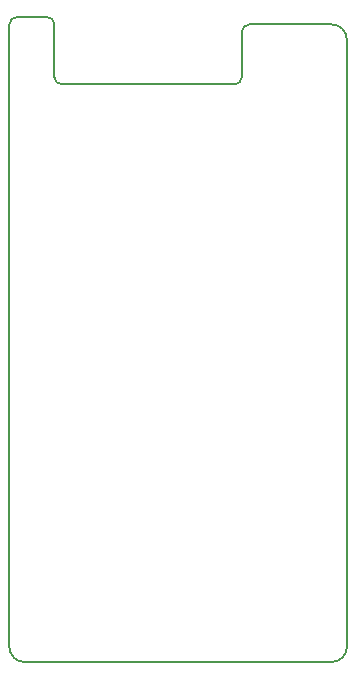
<source format=gbr>
G04 #@! TF.GenerationSoftware,KiCad,Pcbnew,(5.0.1)-4*
G04 #@! TF.CreationDate,2019-11-10T23:47:17+01:00*
G04 #@! TF.ProjectId,rak4260,72616B343236302E6B696361645F7063,0.3*
G04 #@! TF.SameCoordinates,Original*
G04 #@! TF.FileFunction,Profile,NP*
%FSLAX46Y46*%
G04 Gerber Fmt 4.6, Leading zero omitted, Abs format (unit mm)*
G04 Created by KiCad (PCBNEW (5.0.1)-4) date 10/11/2019 23:47:17*
%MOMM*%
%LPD*%
G01*
G04 APERTURE LIST*
%ADD10C,0.150000*%
G04 APERTURE END LIST*
D10*
X128905000Y-37465000D02*
G75*
G02X130175000Y-38735000I0J-1270000D01*
G01*
X130175000Y-90170000D02*
G75*
G02X128905000Y-91440000I-1270000J0D01*
G01*
X128270000Y-91440000D02*
X128905000Y-91440000D01*
X127635000Y-91440000D02*
X128270000Y-91440000D01*
X130175000Y-38735000D02*
X130175000Y-90170000D01*
X128270000Y-37465000D02*
X128905000Y-37465000D01*
X121285000Y-41910000D02*
G75*
G02X120650000Y-42545000I-635000J0D01*
G01*
X121285000Y-38100000D02*
G75*
G02X121920000Y-37465000I635000J0D01*
G01*
X120650000Y-42545000D02*
X106045000Y-42545000D01*
X121285000Y-38100000D02*
X121285000Y-41910000D01*
X127000000Y-37465000D02*
X121920000Y-37465000D01*
X128270000Y-37465000D02*
X127000000Y-37465000D01*
X102870000Y-91440000D02*
G75*
G02X101600000Y-90170000I0J1270000D01*
G01*
X106045000Y-42545000D02*
G75*
G02X105410000Y-41910000I0J635000D01*
G01*
X104775000Y-36830000D02*
G75*
G02X105410000Y-37465000I0J-635000D01*
G01*
X101600000Y-37465000D02*
G75*
G02X102235000Y-36830000I635000J0D01*
G01*
X101600000Y-37465000D02*
X101600000Y-42545000D01*
X104775000Y-36830000D02*
X102235000Y-36830000D01*
X105410000Y-41910000D02*
X105410000Y-37465000D01*
X102870000Y-91440000D02*
X127635000Y-91440000D01*
X101600000Y-42545000D02*
X101600000Y-90170000D01*
M02*

</source>
